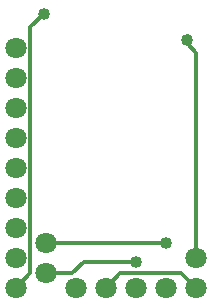
<source format=gbr>
G04 DipTrace 3.0.0.2*
G04 Bottom.gbr*
%MOIN*%
G04 #@! TF.FileFunction,Copper,L2,Bot*
G04 #@! TF.Part,Single*
G04 #@! TA.AperFunction,Conductor*
%ADD13C,0.012992*%
G04 #@! TA.AperFunction,ComponentPad*
%ADD16C,0.070866*%
G04 #@! TA.AperFunction,ViaPad*
%ADD17C,0.04*%
%FSLAX26Y26*%
G04*
G70*
G90*
G75*
G01*
G04 Bottom*
%LPD*%
X745197Y445984D2*
D13*
X794213Y495000D1*
X996181D1*
X1045197Y445984D1*
X445197D2*
X494213Y495000D1*
Y1317000D1*
X538197Y1360984D1*
X1045197Y545984D2*
Y1230984D1*
X1018197Y1257984D1*
Y1284984D1*
X1015197D1*
Y1272984D1*
X945197Y595984D2*
X545197D1*
X845197Y534488D2*
X672524D1*
X634020Y495984D1*
X545197D1*
D17*
X538197Y1360984D3*
X945197Y595984D3*
X845197Y534488D3*
X1015197Y1272984D3*
D16*
X445197Y445984D3*
X1045197D3*
X445197Y545984D3*
Y645984D3*
Y745984D3*
Y845984D3*
Y945984D3*
Y1045984D3*
Y1145984D3*
Y1245984D3*
X1045197Y545984D3*
X545197Y495984D3*
Y595984D3*
X645197Y445984D3*
X745197D3*
X845197D3*
X945197D3*
M02*

</source>
